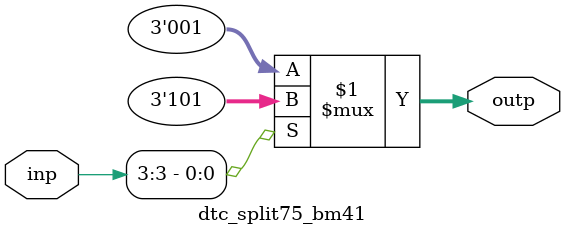
<source format=v>
module dtc_split75_bm41 (
	input  wire [5-1:0] inp,
	output wire [3-1:0] outp
);


	assign outp = (inp[3]) ? 3'b101 : 3'b001;

endmodule
</source>
